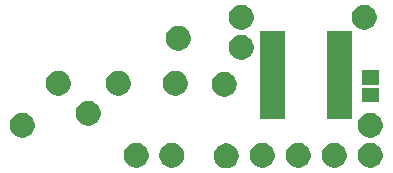
<source format=gbr>
G04 #@! TF.GenerationSoftware,KiCad,Pcbnew,5.1.5+dfsg1-2build2*
G04 #@! TF.CreationDate,2022-03-31T21:51:16+01:00*
G04 #@! TF.ProjectId,throwie,7468726f-7769-4652-9e6b-696361645f70,rev?*
G04 #@! TF.SameCoordinates,Original*
G04 #@! TF.FileFunction,Soldermask,Top*
G04 #@! TF.FilePolarity,Negative*
%FSLAX46Y46*%
G04 Gerber Fmt 4.6, Leading zero omitted, Abs format (unit mm)*
G04 Created by KiCad (PCBNEW 5.1.5+dfsg1-2build2) date 2022-03-31 21:51:16*
%MOMM*%
%LPD*%
G04 APERTURE LIST*
%ADD10C,0.100000*%
G04 APERTURE END LIST*
D10*
G36*
X40168387Y-160073029D02*
G01*
X40359656Y-160152255D01*
X40359658Y-160152256D01*
X40460498Y-160219635D01*
X40531796Y-160267275D01*
X40678188Y-160413667D01*
X40793208Y-160585807D01*
X40872434Y-160777076D01*
X40912823Y-160980124D01*
X40912823Y-161187156D01*
X40872434Y-161390204D01*
X40812941Y-161533833D01*
X40793207Y-161581475D01*
X40678188Y-161753613D01*
X40531796Y-161900005D01*
X40359658Y-162015024D01*
X40359657Y-162015025D01*
X40359656Y-162015025D01*
X40168387Y-162094251D01*
X39965339Y-162134640D01*
X39758307Y-162134640D01*
X39555259Y-162094251D01*
X39363990Y-162015025D01*
X39363989Y-162015025D01*
X39363988Y-162015024D01*
X39191850Y-161900005D01*
X39045458Y-161753613D01*
X38930439Y-161581475D01*
X38910705Y-161533833D01*
X38851212Y-161390204D01*
X38810823Y-161187156D01*
X38810823Y-160980124D01*
X38851212Y-160777076D01*
X38930438Y-160585807D01*
X39045458Y-160413667D01*
X39191850Y-160267275D01*
X39263148Y-160219635D01*
X39363988Y-160152256D01*
X39363990Y-160152255D01*
X39555259Y-160073029D01*
X39758307Y-160032640D01*
X39965339Y-160032640D01*
X40168387Y-160073029D01*
G37*
G36*
X52376564Y-160025389D02*
G01*
X52567833Y-160104615D01*
X52567835Y-160104616D01*
X52639133Y-160152256D01*
X52739973Y-160219635D01*
X52886365Y-160366027D01*
X53001385Y-160538167D01*
X53080611Y-160729436D01*
X53121000Y-160932484D01*
X53121000Y-161139516D01*
X53080611Y-161342564D01*
X53001385Y-161533833D01*
X53001384Y-161533835D01*
X52886365Y-161705973D01*
X52739973Y-161852365D01*
X52567835Y-161967384D01*
X52567834Y-161967385D01*
X52567833Y-161967385D01*
X52376564Y-162046611D01*
X52173516Y-162087000D01*
X51966484Y-162087000D01*
X51763436Y-162046611D01*
X51572167Y-161967385D01*
X51572166Y-161967385D01*
X51572165Y-161967384D01*
X51400027Y-161852365D01*
X51253635Y-161705973D01*
X51138616Y-161533835D01*
X51138615Y-161533833D01*
X51059389Y-161342564D01*
X51019000Y-161139516D01*
X51019000Y-160932484D01*
X51059389Y-160729436D01*
X51138615Y-160538167D01*
X51253635Y-160366027D01*
X51400027Y-160219635D01*
X51500867Y-160152256D01*
X51572165Y-160104616D01*
X51572167Y-160104615D01*
X51763436Y-160025389D01*
X51966484Y-159985000D01*
X52173516Y-159985000D01*
X52376564Y-160025389D01*
G37*
G36*
X43232564Y-160025389D02*
G01*
X43423833Y-160104615D01*
X43423835Y-160104616D01*
X43495133Y-160152256D01*
X43595973Y-160219635D01*
X43742365Y-160366027D01*
X43857385Y-160538167D01*
X43936611Y-160729436D01*
X43977000Y-160932484D01*
X43977000Y-161139516D01*
X43936611Y-161342564D01*
X43857385Y-161533833D01*
X43857384Y-161533835D01*
X43742365Y-161705973D01*
X43595973Y-161852365D01*
X43423835Y-161967384D01*
X43423834Y-161967385D01*
X43423833Y-161967385D01*
X43232564Y-162046611D01*
X43029516Y-162087000D01*
X42822484Y-162087000D01*
X42619436Y-162046611D01*
X42428167Y-161967385D01*
X42428166Y-161967385D01*
X42428165Y-161967384D01*
X42256027Y-161852365D01*
X42109635Y-161705973D01*
X41994616Y-161533835D01*
X41994615Y-161533833D01*
X41915389Y-161342564D01*
X41875000Y-161139516D01*
X41875000Y-160932484D01*
X41915389Y-160729436D01*
X41994615Y-160538167D01*
X42109635Y-160366027D01*
X42256027Y-160219635D01*
X42356867Y-160152256D01*
X42428165Y-160104616D01*
X42428167Y-160104615D01*
X42619436Y-160025389D01*
X42822484Y-159985000D01*
X43029516Y-159985000D01*
X43232564Y-160025389D01*
G37*
G36*
X49328564Y-160025389D02*
G01*
X49519833Y-160104615D01*
X49519835Y-160104616D01*
X49591133Y-160152256D01*
X49691973Y-160219635D01*
X49838365Y-160366027D01*
X49953385Y-160538167D01*
X50032611Y-160729436D01*
X50073000Y-160932484D01*
X50073000Y-161139516D01*
X50032611Y-161342564D01*
X49953385Y-161533833D01*
X49953384Y-161533835D01*
X49838365Y-161705973D01*
X49691973Y-161852365D01*
X49519835Y-161967384D01*
X49519834Y-161967385D01*
X49519833Y-161967385D01*
X49328564Y-162046611D01*
X49125516Y-162087000D01*
X48918484Y-162087000D01*
X48715436Y-162046611D01*
X48524167Y-161967385D01*
X48524166Y-161967385D01*
X48524165Y-161967384D01*
X48352027Y-161852365D01*
X48205635Y-161705973D01*
X48090616Y-161533835D01*
X48090615Y-161533833D01*
X48011389Y-161342564D01*
X47971000Y-161139516D01*
X47971000Y-160932484D01*
X48011389Y-160729436D01*
X48090615Y-160538167D01*
X48205635Y-160366027D01*
X48352027Y-160219635D01*
X48452867Y-160152256D01*
X48524165Y-160104616D01*
X48524167Y-160104615D01*
X48715436Y-160025389D01*
X48918484Y-159985000D01*
X49125516Y-159985000D01*
X49328564Y-160025389D01*
G37*
G36*
X46280564Y-160025389D02*
G01*
X46471833Y-160104615D01*
X46471835Y-160104616D01*
X46543133Y-160152256D01*
X46643973Y-160219635D01*
X46790365Y-160366027D01*
X46905385Y-160538167D01*
X46984611Y-160729436D01*
X47025000Y-160932484D01*
X47025000Y-161139516D01*
X46984611Y-161342564D01*
X46905385Y-161533833D01*
X46905384Y-161533835D01*
X46790365Y-161705973D01*
X46643973Y-161852365D01*
X46471835Y-161967384D01*
X46471834Y-161967385D01*
X46471833Y-161967385D01*
X46280564Y-162046611D01*
X46077516Y-162087000D01*
X45870484Y-162087000D01*
X45667436Y-162046611D01*
X45476167Y-161967385D01*
X45476166Y-161967385D01*
X45476165Y-161967384D01*
X45304027Y-161852365D01*
X45157635Y-161705973D01*
X45042616Y-161533835D01*
X45042615Y-161533833D01*
X44963389Y-161342564D01*
X44923000Y-161139516D01*
X44923000Y-160932484D01*
X44963389Y-160729436D01*
X45042615Y-160538167D01*
X45157635Y-160366027D01*
X45304027Y-160219635D01*
X45404867Y-160152256D01*
X45476165Y-160104616D01*
X45476167Y-160104615D01*
X45667436Y-160025389D01*
X45870484Y-159985000D01*
X46077516Y-159985000D01*
X46280564Y-160025389D01*
G37*
G36*
X32564564Y-160025389D02*
G01*
X32755833Y-160104615D01*
X32755835Y-160104616D01*
X32827133Y-160152256D01*
X32927973Y-160219635D01*
X33074365Y-160366027D01*
X33189385Y-160538167D01*
X33268611Y-160729436D01*
X33309000Y-160932484D01*
X33309000Y-161139516D01*
X33268611Y-161342564D01*
X33189385Y-161533833D01*
X33189384Y-161533835D01*
X33074365Y-161705973D01*
X32927973Y-161852365D01*
X32755835Y-161967384D01*
X32755834Y-161967385D01*
X32755833Y-161967385D01*
X32564564Y-162046611D01*
X32361516Y-162087000D01*
X32154484Y-162087000D01*
X31951436Y-162046611D01*
X31760167Y-161967385D01*
X31760166Y-161967385D01*
X31760165Y-161967384D01*
X31588027Y-161852365D01*
X31441635Y-161705973D01*
X31326616Y-161533835D01*
X31326615Y-161533833D01*
X31247389Y-161342564D01*
X31207000Y-161139516D01*
X31207000Y-160932484D01*
X31247389Y-160729436D01*
X31326615Y-160538167D01*
X31441635Y-160366027D01*
X31588027Y-160219635D01*
X31688867Y-160152256D01*
X31760165Y-160104616D01*
X31760167Y-160104615D01*
X31951436Y-160025389D01*
X32154484Y-159985000D01*
X32361516Y-159985000D01*
X32564564Y-160025389D01*
G37*
G36*
X35564564Y-160025389D02*
G01*
X35755833Y-160104615D01*
X35755835Y-160104616D01*
X35827133Y-160152256D01*
X35927973Y-160219635D01*
X36074365Y-160366027D01*
X36189385Y-160538167D01*
X36268611Y-160729436D01*
X36309000Y-160932484D01*
X36309000Y-161139516D01*
X36268611Y-161342564D01*
X36189385Y-161533833D01*
X36189384Y-161533835D01*
X36074365Y-161705973D01*
X35927973Y-161852365D01*
X35755835Y-161967384D01*
X35755834Y-161967385D01*
X35755833Y-161967385D01*
X35564564Y-162046611D01*
X35361516Y-162087000D01*
X35154484Y-162087000D01*
X34951436Y-162046611D01*
X34760167Y-161967385D01*
X34760166Y-161967385D01*
X34760165Y-161967384D01*
X34588027Y-161852365D01*
X34441635Y-161705973D01*
X34326616Y-161533835D01*
X34326615Y-161533833D01*
X34247389Y-161342564D01*
X34207000Y-161139516D01*
X34207000Y-160932484D01*
X34247389Y-160729436D01*
X34326615Y-160538167D01*
X34441635Y-160366027D01*
X34588027Y-160219635D01*
X34688867Y-160152256D01*
X34760165Y-160104616D01*
X34760167Y-160104615D01*
X34951436Y-160025389D01*
X35154484Y-159985000D01*
X35361516Y-159985000D01*
X35564564Y-160025389D01*
G37*
G36*
X22912564Y-157485389D02*
G01*
X23103833Y-157564615D01*
X23103835Y-157564616D01*
X23275973Y-157679635D01*
X23422365Y-157826027D01*
X23523799Y-157977833D01*
X23537385Y-157998167D01*
X23616611Y-158189436D01*
X23657000Y-158392484D01*
X23657000Y-158599516D01*
X23616611Y-158802564D01*
X23537385Y-158993833D01*
X23537384Y-158993835D01*
X23422365Y-159165973D01*
X23275973Y-159312365D01*
X23103835Y-159427384D01*
X23103834Y-159427385D01*
X23103833Y-159427385D01*
X22912564Y-159506611D01*
X22709516Y-159547000D01*
X22502484Y-159547000D01*
X22299436Y-159506611D01*
X22108167Y-159427385D01*
X22108166Y-159427385D01*
X22108165Y-159427384D01*
X21936027Y-159312365D01*
X21789635Y-159165973D01*
X21674616Y-158993835D01*
X21674615Y-158993833D01*
X21595389Y-158802564D01*
X21555000Y-158599516D01*
X21555000Y-158392484D01*
X21595389Y-158189436D01*
X21674615Y-157998167D01*
X21688202Y-157977833D01*
X21789635Y-157826027D01*
X21936027Y-157679635D01*
X22108165Y-157564616D01*
X22108167Y-157564615D01*
X22299436Y-157485389D01*
X22502484Y-157445000D01*
X22709516Y-157445000D01*
X22912564Y-157485389D01*
G37*
G36*
X52376564Y-157485389D02*
G01*
X52567833Y-157564615D01*
X52567835Y-157564616D01*
X52739973Y-157679635D01*
X52886365Y-157826027D01*
X52987799Y-157977833D01*
X53001385Y-157998167D01*
X53080611Y-158189436D01*
X53121000Y-158392484D01*
X53121000Y-158599516D01*
X53080611Y-158802564D01*
X53001385Y-158993833D01*
X53001384Y-158993835D01*
X52886365Y-159165973D01*
X52739973Y-159312365D01*
X52567835Y-159427384D01*
X52567834Y-159427385D01*
X52567833Y-159427385D01*
X52376564Y-159506611D01*
X52173516Y-159547000D01*
X51966484Y-159547000D01*
X51763436Y-159506611D01*
X51572167Y-159427385D01*
X51572166Y-159427385D01*
X51572165Y-159427384D01*
X51400027Y-159312365D01*
X51253635Y-159165973D01*
X51138616Y-158993835D01*
X51138615Y-158993833D01*
X51059389Y-158802564D01*
X51019000Y-158599516D01*
X51019000Y-158392484D01*
X51059389Y-158189436D01*
X51138615Y-157998167D01*
X51152202Y-157977833D01*
X51253635Y-157826027D01*
X51400027Y-157679635D01*
X51572165Y-157564616D01*
X51572167Y-157564615D01*
X51763436Y-157485389D01*
X51966484Y-157445000D01*
X52173516Y-157445000D01*
X52376564Y-157485389D01*
G37*
G36*
X28500564Y-156469389D02*
G01*
X28691833Y-156548615D01*
X28691835Y-156548616D01*
X28863973Y-156663635D01*
X29010365Y-156810027D01*
X29125385Y-156982167D01*
X29204611Y-157173436D01*
X29245000Y-157376484D01*
X29245000Y-157583516D01*
X29204611Y-157786564D01*
X29125385Y-157977833D01*
X29125384Y-157977835D01*
X29010365Y-158149973D01*
X28863973Y-158296365D01*
X28691835Y-158411384D01*
X28691834Y-158411385D01*
X28691833Y-158411385D01*
X28500564Y-158490611D01*
X28297516Y-158531000D01*
X28090484Y-158531000D01*
X27887436Y-158490611D01*
X27696167Y-158411385D01*
X27696166Y-158411385D01*
X27696165Y-158411384D01*
X27524027Y-158296365D01*
X27377635Y-158149973D01*
X27262616Y-157977835D01*
X27262615Y-157977833D01*
X27183389Y-157786564D01*
X27143000Y-157583516D01*
X27143000Y-157376484D01*
X27183389Y-157173436D01*
X27262615Y-156982167D01*
X27377635Y-156810027D01*
X27524027Y-156663635D01*
X27696165Y-156548616D01*
X27696167Y-156548615D01*
X27887436Y-156469389D01*
X28090484Y-156429000D01*
X28297516Y-156429000D01*
X28500564Y-156469389D01*
G37*
G36*
X50527000Y-157985000D02*
G01*
X48425000Y-157985000D01*
X48425000Y-150498000D01*
X50527000Y-150498000D01*
X50527000Y-157985000D01*
G37*
G36*
X44827000Y-157985000D02*
G01*
X42725000Y-157985000D01*
X42725000Y-150483000D01*
X44827000Y-150483000D01*
X44827000Y-157985000D01*
G37*
G36*
X52771000Y-156557000D02*
G01*
X51369000Y-156557000D01*
X51369000Y-155355000D01*
X52771000Y-155355000D01*
X52771000Y-156557000D01*
G37*
G36*
X40009651Y-154008476D02*
G01*
X40200920Y-154087702D01*
X40200922Y-154087703D01*
X40254698Y-154123635D01*
X40373060Y-154202722D01*
X40519452Y-154349114D01*
X40634472Y-154521254D01*
X40713698Y-154712523D01*
X40754087Y-154915571D01*
X40754087Y-155122603D01*
X40713698Y-155325651D01*
X40667230Y-155437835D01*
X40634471Y-155516922D01*
X40519452Y-155689060D01*
X40373060Y-155835452D01*
X40200922Y-155950471D01*
X40200921Y-155950472D01*
X40200920Y-155950472D01*
X40009651Y-156029698D01*
X39806603Y-156070087D01*
X39599571Y-156070087D01*
X39396523Y-156029698D01*
X39205254Y-155950472D01*
X39205253Y-155950472D01*
X39205252Y-155950471D01*
X39033114Y-155835452D01*
X38886722Y-155689060D01*
X38771703Y-155516922D01*
X38738944Y-155437835D01*
X38692476Y-155325651D01*
X38652087Y-155122603D01*
X38652087Y-154915571D01*
X38692476Y-154712523D01*
X38771702Y-154521254D01*
X38886722Y-154349114D01*
X39033114Y-154202722D01*
X39151476Y-154123635D01*
X39205252Y-154087703D01*
X39205254Y-154087702D01*
X39396523Y-154008476D01*
X39599571Y-153968087D01*
X39806603Y-153968087D01*
X40009651Y-154008476D01*
G37*
G36*
X35866564Y-153929389D02*
G01*
X36057833Y-154008615D01*
X36057835Y-154008616D01*
X36176195Y-154087702D01*
X36229973Y-154123635D01*
X36376365Y-154270027D01*
X36491385Y-154442167D01*
X36570611Y-154633436D01*
X36611000Y-154836484D01*
X36611000Y-155043516D01*
X36570611Y-155246564D01*
X36525695Y-155355000D01*
X36491384Y-155437835D01*
X36376365Y-155609973D01*
X36229973Y-155756365D01*
X36057835Y-155871384D01*
X36057834Y-155871385D01*
X36057833Y-155871385D01*
X35866564Y-155950611D01*
X35663516Y-155991000D01*
X35456484Y-155991000D01*
X35253436Y-155950611D01*
X35062167Y-155871385D01*
X35062166Y-155871385D01*
X35062165Y-155871384D01*
X34890027Y-155756365D01*
X34743635Y-155609973D01*
X34628616Y-155437835D01*
X34594305Y-155355000D01*
X34549389Y-155246564D01*
X34509000Y-155043516D01*
X34509000Y-154836484D01*
X34549389Y-154633436D01*
X34628615Y-154442167D01*
X34743635Y-154270027D01*
X34890027Y-154123635D01*
X34943805Y-154087702D01*
X35062165Y-154008616D01*
X35062167Y-154008615D01*
X35253436Y-153929389D01*
X35456484Y-153889000D01*
X35663516Y-153889000D01*
X35866564Y-153929389D01*
G37*
G36*
X31040564Y-153929389D02*
G01*
X31231833Y-154008615D01*
X31231835Y-154008616D01*
X31350195Y-154087702D01*
X31403973Y-154123635D01*
X31550365Y-154270027D01*
X31665385Y-154442167D01*
X31744611Y-154633436D01*
X31785000Y-154836484D01*
X31785000Y-155043516D01*
X31744611Y-155246564D01*
X31699695Y-155355000D01*
X31665384Y-155437835D01*
X31550365Y-155609973D01*
X31403973Y-155756365D01*
X31231835Y-155871384D01*
X31231834Y-155871385D01*
X31231833Y-155871385D01*
X31040564Y-155950611D01*
X30837516Y-155991000D01*
X30630484Y-155991000D01*
X30427436Y-155950611D01*
X30236167Y-155871385D01*
X30236166Y-155871385D01*
X30236165Y-155871384D01*
X30064027Y-155756365D01*
X29917635Y-155609973D01*
X29802616Y-155437835D01*
X29768305Y-155355000D01*
X29723389Y-155246564D01*
X29683000Y-155043516D01*
X29683000Y-154836484D01*
X29723389Y-154633436D01*
X29802615Y-154442167D01*
X29917635Y-154270027D01*
X30064027Y-154123635D01*
X30117805Y-154087702D01*
X30236165Y-154008616D01*
X30236167Y-154008615D01*
X30427436Y-153929389D01*
X30630484Y-153889000D01*
X30837516Y-153889000D01*
X31040564Y-153929389D01*
G37*
G36*
X25960564Y-153929389D02*
G01*
X26151833Y-154008615D01*
X26151835Y-154008616D01*
X26270195Y-154087702D01*
X26323973Y-154123635D01*
X26470365Y-154270027D01*
X26585385Y-154442167D01*
X26664611Y-154633436D01*
X26705000Y-154836484D01*
X26705000Y-155043516D01*
X26664611Y-155246564D01*
X26619695Y-155355000D01*
X26585384Y-155437835D01*
X26470365Y-155609973D01*
X26323973Y-155756365D01*
X26151835Y-155871384D01*
X26151834Y-155871385D01*
X26151833Y-155871385D01*
X25960564Y-155950611D01*
X25757516Y-155991000D01*
X25550484Y-155991000D01*
X25347436Y-155950611D01*
X25156167Y-155871385D01*
X25156166Y-155871385D01*
X25156165Y-155871384D01*
X24984027Y-155756365D01*
X24837635Y-155609973D01*
X24722616Y-155437835D01*
X24688305Y-155355000D01*
X24643389Y-155246564D01*
X24603000Y-155043516D01*
X24603000Y-154836484D01*
X24643389Y-154633436D01*
X24722615Y-154442167D01*
X24837635Y-154270027D01*
X24984027Y-154123635D01*
X25037805Y-154087702D01*
X25156165Y-154008616D01*
X25156167Y-154008615D01*
X25347436Y-153929389D01*
X25550484Y-153889000D01*
X25757516Y-153889000D01*
X25960564Y-153929389D01*
G37*
G36*
X52771000Y-155057000D02*
G01*
X51369000Y-155057000D01*
X51369000Y-153855000D01*
X52771000Y-153855000D01*
X52771000Y-155057000D01*
G37*
G36*
X41454564Y-150881389D02*
G01*
X41645833Y-150960615D01*
X41645835Y-150960616D01*
X41682328Y-150985000D01*
X41817973Y-151075635D01*
X41964365Y-151222027D01*
X42079385Y-151394167D01*
X42158611Y-151585436D01*
X42199000Y-151788484D01*
X42199000Y-151995516D01*
X42158611Y-152198564D01*
X42129021Y-152270000D01*
X42079384Y-152389835D01*
X41964365Y-152561973D01*
X41817973Y-152708365D01*
X41645835Y-152823384D01*
X41645834Y-152823385D01*
X41645833Y-152823385D01*
X41454564Y-152902611D01*
X41251516Y-152943000D01*
X41044484Y-152943000D01*
X40841436Y-152902611D01*
X40650167Y-152823385D01*
X40650166Y-152823385D01*
X40650165Y-152823384D01*
X40478027Y-152708365D01*
X40331635Y-152561973D01*
X40216616Y-152389835D01*
X40166979Y-152270000D01*
X40137389Y-152198564D01*
X40097000Y-151995516D01*
X40097000Y-151788484D01*
X40137389Y-151585436D01*
X40216615Y-151394167D01*
X40331635Y-151222027D01*
X40478027Y-151075635D01*
X40613672Y-150985000D01*
X40650165Y-150960616D01*
X40650167Y-150960615D01*
X40841436Y-150881389D01*
X41044484Y-150841000D01*
X41251516Y-150841000D01*
X41454564Y-150881389D01*
G37*
G36*
X36120564Y-150119389D02*
G01*
X36311833Y-150198615D01*
X36311835Y-150198616D01*
X36438699Y-150283384D01*
X36483973Y-150313635D01*
X36630365Y-150460027D01*
X36745385Y-150632167D01*
X36824611Y-150823436D01*
X36865000Y-151026484D01*
X36865000Y-151233516D01*
X36824611Y-151436564D01*
X36762947Y-151585435D01*
X36745384Y-151627835D01*
X36630365Y-151799973D01*
X36483973Y-151946365D01*
X36311835Y-152061384D01*
X36311834Y-152061385D01*
X36311833Y-152061385D01*
X36120564Y-152140611D01*
X35917516Y-152181000D01*
X35710484Y-152181000D01*
X35507436Y-152140611D01*
X35316167Y-152061385D01*
X35316166Y-152061385D01*
X35316165Y-152061384D01*
X35144027Y-151946365D01*
X34997635Y-151799973D01*
X34882616Y-151627835D01*
X34865053Y-151585435D01*
X34803389Y-151436564D01*
X34763000Y-151233516D01*
X34763000Y-151026484D01*
X34803389Y-150823436D01*
X34882615Y-150632167D01*
X34997635Y-150460027D01*
X35144027Y-150313635D01*
X35189301Y-150283384D01*
X35316165Y-150198616D01*
X35316167Y-150198615D01*
X35507436Y-150119389D01*
X35710484Y-150079000D01*
X35917516Y-150079000D01*
X36120564Y-150119389D01*
G37*
G36*
X51868564Y-148341389D02*
G01*
X52059833Y-148420615D01*
X52059835Y-148420616D01*
X52231973Y-148535635D01*
X52378365Y-148682027D01*
X52493385Y-148854167D01*
X52572611Y-149045436D01*
X52613000Y-149248484D01*
X52613000Y-149455516D01*
X52572611Y-149658564D01*
X52493385Y-149849833D01*
X52493384Y-149849835D01*
X52378365Y-150021973D01*
X52231973Y-150168365D01*
X52059835Y-150283384D01*
X52059834Y-150283385D01*
X52059833Y-150283385D01*
X51868564Y-150362611D01*
X51665516Y-150403000D01*
X51458484Y-150403000D01*
X51255436Y-150362611D01*
X51064167Y-150283385D01*
X51064166Y-150283385D01*
X51064165Y-150283384D01*
X50892027Y-150168365D01*
X50745635Y-150021973D01*
X50630616Y-149849835D01*
X50630615Y-149849833D01*
X50551389Y-149658564D01*
X50511000Y-149455516D01*
X50511000Y-149248484D01*
X50551389Y-149045436D01*
X50630615Y-148854167D01*
X50745635Y-148682027D01*
X50892027Y-148535635D01*
X51064165Y-148420616D01*
X51064167Y-148420615D01*
X51255436Y-148341389D01*
X51458484Y-148301000D01*
X51665516Y-148301000D01*
X51868564Y-148341389D01*
G37*
G36*
X41454564Y-148341389D02*
G01*
X41645833Y-148420615D01*
X41645835Y-148420616D01*
X41817973Y-148535635D01*
X41964365Y-148682027D01*
X42079385Y-148854167D01*
X42158611Y-149045436D01*
X42199000Y-149248484D01*
X42199000Y-149455516D01*
X42158611Y-149658564D01*
X42079385Y-149849833D01*
X42079384Y-149849835D01*
X41964365Y-150021973D01*
X41817973Y-150168365D01*
X41645835Y-150283384D01*
X41645834Y-150283385D01*
X41645833Y-150283385D01*
X41454564Y-150362611D01*
X41251516Y-150403000D01*
X41044484Y-150403000D01*
X40841436Y-150362611D01*
X40650167Y-150283385D01*
X40650166Y-150283385D01*
X40650165Y-150283384D01*
X40478027Y-150168365D01*
X40331635Y-150021973D01*
X40216616Y-149849835D01*
X40216615Y-149849833D01*
X40137389Y-149658564D01*
X40097000Y-149455516D01*
X40097000Y-149248484D01*
X40137389Y-149045436D01*
X40216615Y-148854167D01*
X40331635Y-148682027D01*
X40478027Y-148535635D01*
X40650165Y-148420616D01*
X40650167Y-148420615D01*
X40841436Y-148341389D01*
X41044484Y-148301000D01*
X41251516Y-148301000D01*
X41454564Y-148341389D01*
G37*
M02*

</source>
